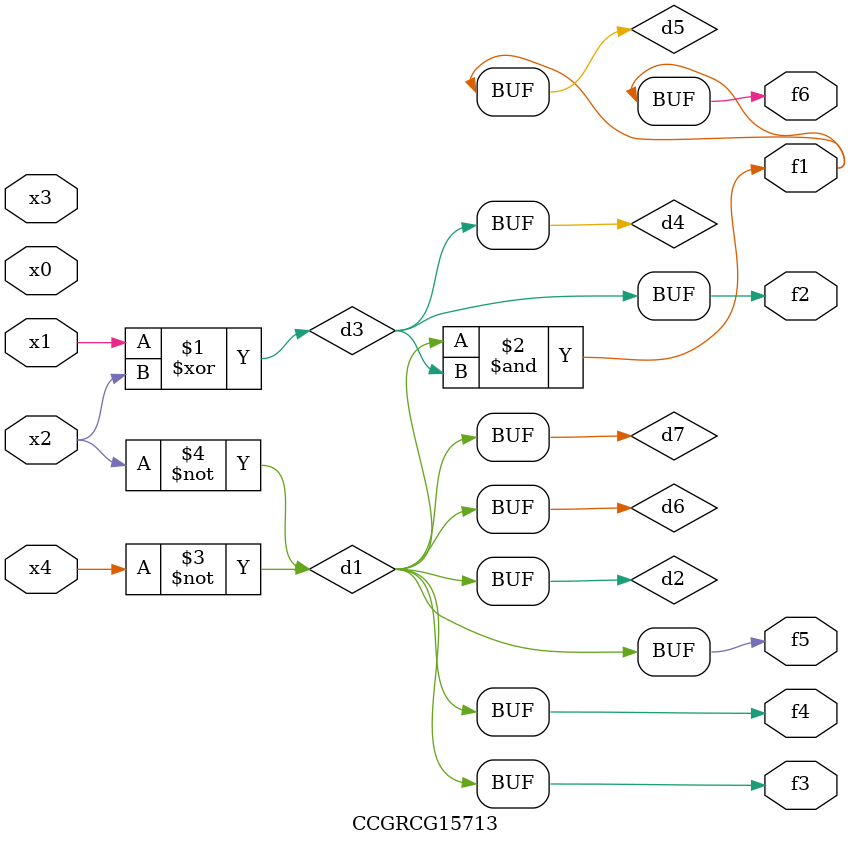
<source format=v>
module CCGRCG15713(
	input x0, x1, x2, x3, x4,
	output f1, f2, f3, f4, f5, f6
);

	wire d1, d2, d3, d4, d5, d6, d7;

	not (d1, x4);
	not (d2, x2);
	xor (d3, x1, x2);
	buf (d4, d3);
	and (d5, d1, d3);
	buf (d6, d1, d2);
	buf (d7, d2);
	assign f1 = d5;
	assign f2 = d4;
	assign f3 = d7;
	assign f4 = d7;
	assign f5 = d7;
	assign f6 = d5;
endmodule

</source>
